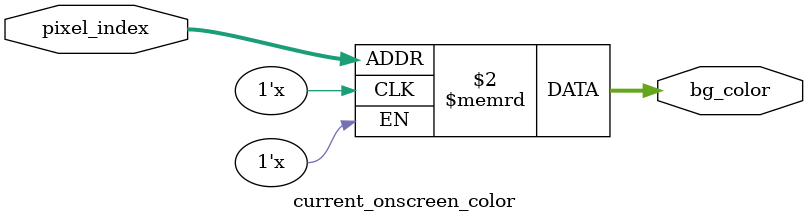
<source format=v>
`timescale 1ns / 1ps


module current_onscreen_color (
    input  wire [12:0] pixel_index,  // 13-bit pixel index (0 to 6143)
    output reg  [15:0] bg_color   // 16-bit RGB565 color for that pixel
);

    // Declare a simple framebuffer with 6144 (96*64) entries
    reg [15:0] frame_buffer [0:6143];

    // Initialize the framebuffer with some "original" colors.
    // For real hardware, the memory would be updated by another process.

    // Combinationally read the pixel color from the framebuffer.
    always @(*) begin
        bg_color = frame_buffer[pixel_index];
    end

endmodule
</source>
